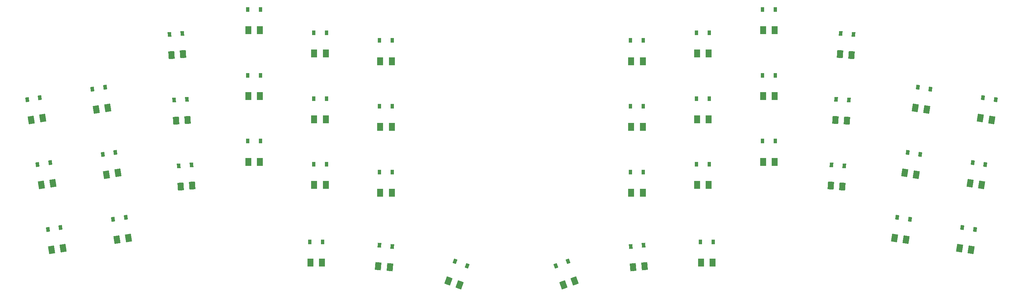
<source format=gbr>
%TF.GenerationSoftware,KiCad,Pcbnew,8.0.6*%
%TF.CreationDate,2025-07-21T16:03:13+02:00*%
%TF.ProjectId,combined,636f6d62-696e-4656-942e-6b696361645f,v1.0.0*%
%TF.SameCoordinates,Original*%
%TF.FileFunction,Paste,Bot*%
%TF.FilePolarity,Positive*%
%FSLAX46Y46*%
G04 Gerber Fmt 4.6, Leading zero omitted, Abs format (unit mm)*
G04 Created by KiCad (PCBNEW 8.0.6) date 2025-07-21 16:03:13*
%MOMM*%
%LPD*%
G01*
G04 APERTURE LIST*
G04 Aperture macros list*
%AMRotRect*
0 Rectangle, with rotation*
0 The origin of the aperture is its center*
0 $1 length*
0 $2 width*
0 $3 Rotation angle, in degrees counterclockwise*
0 Add horizontal line*
21,1,$1,$2,0,0,$3*%
G04 Aperture macros list end*
%ADD10RotRect,1.550000X2.000000X351.000000*%
%ADD11RotRect,1.550000X2.000000X20.000000*%
%ADD12RotRect,1.550000X2.000000X9.000000*%
%ADD13R,1.550000X2.000000*%
%ADD14RotRect,1.550000X2.000000X356.000000*%
%ADD15RotRect,1.550000X2.000000X340.000000*%
%ADD16RotRect,1.550000X2.000000X4.000000*%
%ADD17RotRect,1.550000X2.000000X355.000000*%
%ADD18RotRect,1.550000X2.000000X5.000000*%
%ADD19R,0.900000X1.200000*%
%ADD20RotRect,0.900000X1.200000X351.000000*%
%ADD21RotRect,0.900000X1.200000X356.000000*%
%ADD22RotRect,0.900000X1.200000X9.000000*%
%ADD23RotRect,0.900000X1.200000X4.000000*%
%ADD24RotRect,0.900000X1.200000X355.000000*%
%ADD25RotRect,0.900000X1.200000X20.000000*%
%ADD26RotRect,0.900000X1.200000X340.000000*%
%ADD27RotRect,0.900000X1.200000X5.000000*%
G04 APERTURE END LIST*
D10*
%TO.C,CPG1316*%
X319940054Y-81099678D03*
X322903123Y-81568982D03*
%TD*%
%TO.C,CPG1316*%
X334071367Y-100549759D03*
X337034436Y-101019063D03*
%TD*%
D11*
%TO.C,CPG1316*%
X231955305Y-110077994D03*
X234774385Y-109051932D03*
%TD*%
D12*
%TO.C,CPG1316*%
X97403782Y-84227536D03*
X100366842Y-83758231D03*
%TD*%
D13*
%TO.C,CPG1316*%
X283390500Y-78255067D03*
X286390502Y-78255066D03*
%TD*%
D10*
%TO.C,CPG1316*%
X322599432Y-64308964D03*
X325562501Y-64778268D03*
%TD*%
D13*
%TO.C,CPG1316*%
X166707103Y-104254245D03*
X169707105Y-104254244D03*
%TD*%
%TO.C,CPG1316*%
X266390498Y-67255062D03*
X269390500Y-67255061D03*
%TD*%
D14*
%TO.C,CPG1316*%
X300816665Y-84387415D03*
X303809355Y-84596685D03*
%TD*%
D13*
%TO.C,CPG1316*%
X153707102Y-78254248D03*
X150707100Y-78254249D03*
%TD*%
%TO.C,CPG1316*%
X167707108Y-50254251D03*
X170707110Y-50254250D03*
%TD*%
%TO.C,CPG1316*%
X184707097Y-52254237D03*
X187707099Y-52254236D03*
%TD*%
D15*
%TO.C,CPG1316*%
X202323205Y-109051108D03*
X205142286Y-110077173D03*
%TD*%
D10*
%TO.C,CPG1316*%
X339390135Y-66968354D03*
X342353204Y-67437658D03*
%TD*%
D16*
%TO.C,CPG1316*%
X132102378Y-67637274D03*
X135095066Y-67428008D03*
%TD*%
D12*
%TO.C,CPG1316*%
X100063175Y-101018243D03*
X103026235Y-100548938D03*
%TD*%
D10*
%TO.C,CPG1316*%
X317280668Y-97890375D03*
X320243737Y-98359679D03*
%TD*%
D13*
%TO.C,CPG1316*%
X283390508Y-61255074D03*
X286390510Y-61255073D03*
%TD*%
%TO.C,CPG1316*%
X267390501Y-104255071D03*
X270390503Y-104255070D03*
%TD*%
%TO.C,CPG1316*%
X249390496Y-52255067D03*
X252390498Y-52255066D03*
%TD*%
D16*
%TO.C,CPG1316*%
X133288235Y-84595855D03*
X136280923Y-84386589D03*
%TD*%
D13*
%TO.C,CPG1316*%
X184707104Y-69254249D03*
X187707106Y-69254248D03*
%TD*%
%TO.C,CPG1316*%
X150707097Y-61254243D03*
X153707099Y-61254242D03*
%TD*%
D12*
%TO.C,CPG1316*%
X116853875Y-98358855D03*
X119816935Y-97889550D03*
%TD*%
D14*
%TO.C,CPG1316*%
X303188389Y-50470244D03*
X306181079Y-50679514D03*
%TD*%
D13*
%TO.C,CPG1316*%
X249390500Y-86255062D03*
X252390502Y-86255061D03*
%TD*%
%TO.C,CPG1316*%
X167707095Y-84254248D03*
X170707097Y-84254247D03*
%TD*%
D17*
%TO.C,CPG1316*%
X184221529Y-105171753D03*
X187210117Y-105433216D03*
%TD*%
D14*
%TO.C,CPG1316*%
X302002531Y-67428825D03*
X304995221Y-67638095D03*
%TD*%
D16*
%TO.C,CPG1316*%
X130916522Y-50678683D03*
X133909210Y-50469417D03*
%TD*%
D12*
%TO.C,CPG1316*%
X111535095Y-64777451D03*
X114498155Y-64308146D03*
%TD*%
%TO.C,CPG1316*%
X94744403Y-67436835D03*
X97707463Y-66967530D03*
%TD*%
D13*
%TO.C,CPG1316*%
X283390500Y-44255069D03*
X286390502Y-44255068D03*
%TD*%
%TO.C,CPG1316*%
X266390504Y-50255065D03*
X269390506Y-50255064D03*
%TD*%
%TO.C,CPG1316*%
X249390503Y-69255071D03*
X252390505Y-69255070D03*
%TD*%
%TO.C,CPG1316*%
X266390502Y-84255061D03*
X269390504Y-84255060D03*
%TD*%
D12*
%TO.C,CPG1316*%
X114194482Y-81568149D03*
X117157542Y-81098844D03*
%TD*%
D13*
%TO.C,CPG1316*%
X184707098Y-86254247D03*
X187707100Y-86254246D03*
%TD*%
D18*
%TO.C,CPG1316*%
X249887483Y-105434041D03*
X252876071Y-105172574D03*
%TD*%
D19*
%TO.C,D16*%
X184557104Y-80904248D03*
X187857092Y-80904250D03*
%TD*%
D20*
%TO.C,D1*%
X334760144Y-95242158D03*
X338019518Y-95758400D03*
%TD*%
D19*
%TO.C,D18*%
X184557104Y-46904247D03*
X187857092Y-46904249D03*
%TD*%
D21*
%TO.C,D7*%
X301040230Y-79039988D03*
X304332190Y-79270178D03*
%TD*%
D20*
%TO.C,D4*%
X317969431Y-92582765D03*
X321228805Y-93099007D03*
%TD*%
D19*
%TO.C,D16*%
X249240504Y-80905073D03*
X252540496Y-80905069D03*
%TD*%
D22*
%TO.C,D4*%
X115868793Y-93098186D03*
X119128165Y-92581958D03*
%TD*%
D19*
%TO.C,D12*%
X283240507Y-38905060D03*
X286540499Y-38905056D03*
%TD*%
%TO.C,D14*%
X266240502Y-61905059D03*
X269540494Y-61905055D03*
%TD*%
D23*
%TO.C,D9*%
X130393690Y-45352177D03*
X133685638Y-45121979D03*
%TD*%
D22*
%TO.C,D6*%
X110550022Y-59516786D03*
X113809394Y-59000558D03*
%TD*%
D24*
%TO.C,D20*%
X184538387Y-99829043D03*
X187825831Y-100116665D03*
%TD*%
D20*
%TO.C,D3*%
X340078908Y-61660747D03*
X343338282Y-62176989D03*
%TD*%
D21*
%TO.C,D8*%
X302226086Y-62081403D03*
X305518046Y-62311593D03*
%TD*%
D19*
%TO.C,D13*%
X266240507Y-78905062D03*
X269540499Y-78905058D03*
%TD*%
%TO.C,D14*%
X167557102Y-61904243D03*
X170857090Y-61904245D03*
%TD*%
%TO.C,D15*%
X167557100Y-44904245D03*
X170857088Y-44904247D03*
%TD*%
%TO.C,D19*%
X267240506Y-98905071D03*
X270540498Y-98905067D03*
%TD*%
%TO.C,D17*%
X249240498Y-63905078D03*
X252540490Y-63905074D03*
%TD*%
%TO.C,D18*%
X249240503Y-46905069D03*
X252540495Y-46905065D03*
%TD*%
%TO.C,D11*%
X283240502Y-55905069D03*
X286540494Y-55905065D03*
%TD*%
D20*
%TO.C,D5*%
X320628820Y-75792070D03*
X323888194Y-76308312D03*
%TD*%
D19*
%TO.C,D19*%
X166557110Y-98904248D03*
X169857098Y-98904250D03*
%TD*%
%TO.C,D11*%
X150557111Y-55904251D03*
X153857099Y-55904253D03*
%TD*%
%TO.C,D10*%
X150557098Y-72904244D03*
X153857086Y-72904246D03*
%TD*%
D20*
%TO.C,D6*%
X323288209Y-59001368D03*
X326547583Y-59517610D03*
%TD*%
D23*
%TO.C,D8*%
X131579552Y-62310765D03*
X134871500Y-62080567D03*
%TD*%
D22*
%TO.C,D3*%
X93759316Y-62176173D03*
X97018688Y-61659945D03*
%TD*%
%TO.C,D5*%
X113209410Y-76307486D03*
X116468782Y-75791258D03*
%TD*%
D19*
%TO.C,D10*%
X283240503Y-72905069D03*
X286540495Y-72905065D03*
%TD*%
D25*
%TO.C,D21*%
X229984546Y-105101930D03*
X233085526Y-103973264D03*
%TD*%
D19*
%TO.C,D13*%
X167557106Y-78904249D03*
X170857094Y-78904251D03*
%TD*%
D22*
%TO.C,D2*%
X96418708Y-78966868D03*
X99678080Y-78450640D03*
%TD*%
D26*
%TO.C,D21*%
X204012077Y-103972438D03*
X207113057Y-105101112D03*
%TD*%
D19*
%TO.C,D17*%
X184557106Y-63904243D03*
X187857094Y-63904245D03*
%TD*%
D23*
%TO.C,D7*%
X132765406Y-79269363D03*
X136057354Y-79039165D03*
%TD*%
D22*
%TO.C,D1*%
X99078085Y-95757575D03*
X102337457Y-95241347D03*
%TD*%
D21*
%TO.C,D9*%
X303411954Y-45122802D03*
X306703914Y-45352992D03*
%TD*%
D19*
%TO.C,D15*%
X266240497Y-44905066D03*
X269540489Y-44905062D03*
%TD*%
D27*
%TO.C,D20*%
X249271773Y-100117473D03*
X252559227Y-99829859D03*
%TD*%
D19*
%TO.C,D12*%
X150557114Y-38904250D03*
X153857102Y-38904252D03*
%TD*%
D20*
%TO.C,D2*%
X337419527Y-78451456D03*
X340678901Y-78967698D03*
%TD*%
D13*
%TO.C,CPG1316*%
X150707099Y-44254257D03*
X153707101Y-44254256D03*
%TD*%
%TO.C,CPG1316*%
X167707098Y-67254254D03*
X170707100Y-67254253D03*
%TD*%
D10*
%TO.C,CPG1316*%
X336730746Y-83759053D03*
X339693815Y-84228357D03*
%TD*%
M02*

</source>
